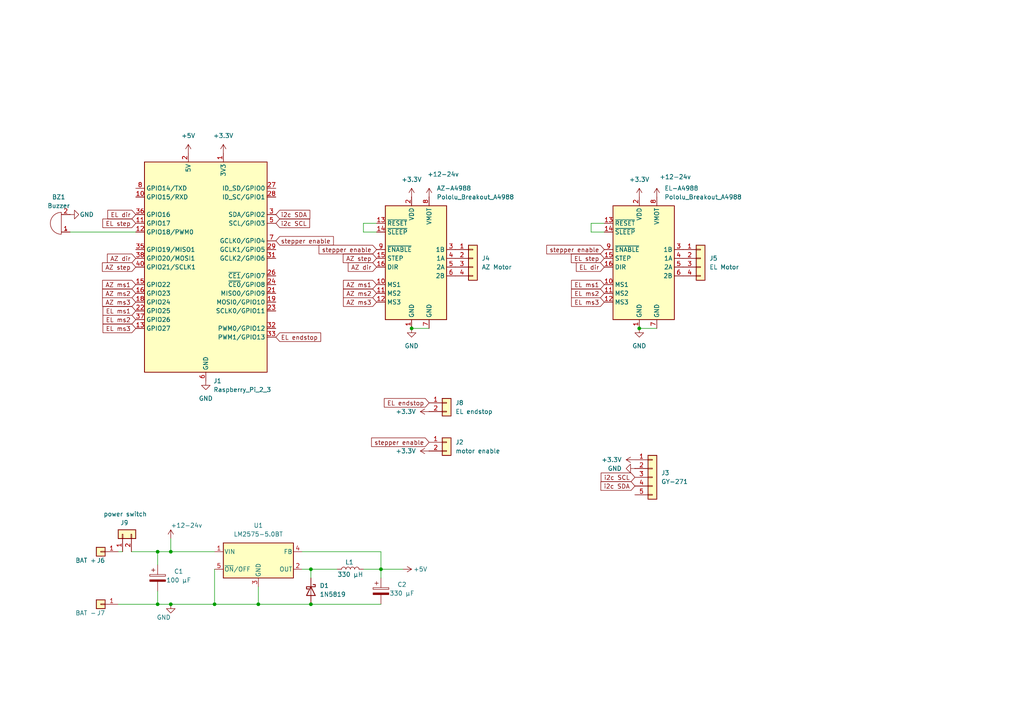
<source format=kicad_sch>
(kicad_sch (version 20231120) (generator "eeschema") (generator_version "8.0")
  (paper "A4")
  (lib_symbols
    (symbol "Connector:Raspberry_Pi_2_3"
      (property "Reference" "J" (at -17.78 31.75 0))
      (property "Value" "Raspberry_Pi_2_3" (at 10.16 -31.75 0))
      (symbol "Raspberry_Pi_2_3_0_1"
        (rectangle (start -17.78 30.48) (end 17.78 -30.48) (stroke (width 0.254)) (fill (type background)))
      )
      (symbol "Raspberry_Pi_2_3_1_1"
        (pin power_in line (at 5.08 33.02 270) (length 2.54) (name "3V3") (number "1"))
        (pin bidirectional line (at -20.32 20.32 0) (length 2.54) (name "GPIO15/RXD") (number "10"))
        (pin bidirectional line (at -20.32 12.7 0) (length 2.54) (name "GPIO17") (number "11"))
        (pin bidirectional line (at -20.32 10.16 0) (length 2.54) (name "GPIO18/PWM0") (number "12"))
        (pin bidirectional line (at -20.32 -17.78 0) (length 2.54) (name "GPIO27") (number "13"))
        (pin passive line (at 0 -33.02 90) (length 2.54) hide (name "GND") (number "14"))
        (pin bidirectional line (at -20.32 -5.08 0) (length 2.54) (name "GPIO22") (number "15"))
        (pin bidirectional line (at -20.32 -7.62 0) (length 2.54) (name "GPIO23") (number "16"))
        (pin passive line (at 5.08 33.02 270) (length 2.54) hide (name "3V3") (number "17"))
        (pin bidirectional line (at -20.32 -10.16 0) (length 2.54) (name "GPIO24") (number "18"))
        (pin bidirectional line (at 20.32 -10.16 180) (length 2.54) (name "MOSI0/GPIO10") (number "19"))
        (pin power_in line (at -5.08 33.02 270) (length 2.54) (name "5V") (number "2"))
        (pin passive line (at 0 -33.02 90) (length 2.54) hide (name "GND") (number "20"))
        (pin bidirectional line (at 20.32 -7.62 180) (length 2.54) (name "MISO0/GPIO9") (number "21"))
        (pin bidirectional line (at -20.32 -12.7 0) (length 2.54) (name "GPIO25") (number "22"))
        (pin bidirectional line (at 20.32 -12.7 180) (length 2.54) (name "SCLK0/GPIO11") (number "23"))
        (pin bidirectional line (at 20.32 -5.08 180) (length 2.54) (name "~{CE0}/GPIO8") (number "24"))
        (pin passive line (at 0 -33.02 90) (length 2.54) hide (name "GND") (number "25"))
        (pin bidirectional line (at 20.32 -2.54 180) (length 2.54) (name "~{CE1}/GPIO7") (number "26"))
        (pin bidirectional line (at 20.32 22.86 180) (length 2.54) (name "ID_SD/GPIO0") (number "27"))
        (pin bidirectional line (at 20.32 20.32 180) (length 2.54) (name "ID_SC/GPIO1") (number "28"))
        (pin bidirectional line (at 20.32 5.08 180) (length 2.54) (name "GCLK1/GPIO5") (number "29"))
        (pin bidirectional line (at 20.32 15.24 180) (length 2.54) (name "SDA/GPIO2") (number "3"))
        (pin passive line (at 0 -33.02 90) (length 2.54) hide (name "GND") (number "30"))
        (pin bidirectional line (at 20.32 2.54 180) (length 2.54) (name "GCLK2/GPIO6") (number "31"))
        (pin bidirectional line (at 20.32 -17.78 180) (length 2.54) (name "PWM0/GPIO12") (number "32"))
        (pin bidirectional line (at 20.32 -20.32 180) (length 2.54) (name "PWM1/GPIO13") (number "33"))
        (pin passive line (at 0 -33.02 90) (length 2.54) hide (name "GND") (number "34"))
        (pin bidirectional line (at -20.32 5.08 0) (length 2.54) (name "GPIO19/MISO1") (number "35"))
        (pin bidirectional line (at -20.32 15.24 0) (length 2.54) (name "GPIO16") (number "36"))
        (pin bidirectional line (at -20.32 -15.24 0) (length 2.54) (name "GPIO26") (number "37"))
        (pin bidirectional line (at -20.32 2.54 0) (length 2.54) (name "GPIO20/MOSI1") (number "38"))
        (pin passive line (at 0 -33.02 90) (length 2.54) hide (name "GND") (number "39"))
        (pin passive line (at -5.08 33.02 270) (length 2.54) hide (name "5V") (number "4"))
        (pin bidirectional line (at -20.32 0 0) (length 2.54) (name "GPIO21/SCLK1") (number "40"))
        (pin bidirectional line (at 20.32 12.7 180) (length 2.54) (name "SCL/GPIO3") (number "5"))
        (pin power_in line (at 0 -33.02 90) (length 2.54) (name "GND") (number "6"))
        (pin bidirectional line (at 20.32 7.62 180) (length 2.54) (name "GCLK0/GPIO4") (number "7"))
        (pin bidirectional line (at -20.32 22.86 0) (length 2.54) (name "GPIO14/TXD") (number "8"))
        (pin passive line (at 0 -33.02 90) (length 2.54) hide (name "GND") (number "9"))
      )
    )
    (symbol "Connector_Generic:Conn_01x01" (pin_names (offset 1.016) hide)
      (property "Reference" "J" (at 0 2.54 0))
      (property "Value" "Conn_01x01" (at 0 -2.54 0))
      (symbol "Conn_01x01_1_1"
        (rectangle (start -1.27 0.127) (end 0 -0.127) (stroke (width 0.1524)))
        (rectangle (start -1.27 1.27) (end 1.27 -1.27) (stroke (width 0.254)) (fill (type background)))
        (pin passive line (at -5.08 0 0) (length 3.81) (name "Pin_1") (number "1"))
      )
    )
    (symbol "Connector_Generic:Conn_01x02" (pin_names (offset 1.016) hide)
      (property "Reference" "J" (at 0 2.54 0))
      (property "Value" "Conn_01x02" (at 0 -5.08 0))
      (symbol "Conn_01x02_1_1"
        (rectangle (start -1.27 -2.413) (end 0 -2.667) (stroke (width 0.1524)))
        (rectangle (start -1.27 0.127) (end 0 -0.127) (stroke (width 0.1524)))
        (rectangle (start -1.27 1.27) (end 1.27 -3.81) (stroke (width 0.254)) (fill (type background)))
        (pin passive line (at -5.08 0 0) (length 3.81) (name "Pin_1") (number "1"))
        (pin passive line (at -5.08 -2.54 0) (length 3.81) (name "Pin_2") (number "2"))
      )
    )
    (symbol "Connector_Generic:Conn_01x04" (pin_names (offset 1.016) hide)
      (property "Reference" "J" (at 0 5.08 0))
      (property "Value" "Conn_01x04" (at 0 -7.62 0))
      (symbol "Conn_01x04_1_1"
        (rectangle (start -1.27 -4.953) (end 0 -5.207) (stroke (width 0.1524)))
        (rectangle (start -1.27 -2.413) (end 0 -2.667) (stroke (width 0.1524)))
        (rectangle (start -1.27 0.127) (end 0 -0.127) (stroke (width 0.1524)))
        (rectangle (start -1.27 2.667) (end 0 2.413) (stroke (width 0.1524)))
        (rectangle (start -1.27 3.81) (end 1.27 -6.35) (stroke (width 0.254)) (fill (type background)))
        (pin passive line (at -5.08 2.54 0) (length 3.81) (name "Pin_1") (number "1"))
        (pin passive line (at -5.08 0 0) (length 3.81) (name "Pin_2") (number "2"))
        (pin passive line (at -5.08 -2.54 0) (length 3.81) (name "Pin_3") (number "3"))
        (pin passive line (at -5.08 -5.08 0) (length 3.81) (name "Pin_4") (number "4"))
      )
    )
    (symbol "Connector_Generic:Conn_01x05" (pin_names (offset 1.016) hide)
      (property "Reference" "J" (at 0 7.62 0))
      (property "Value" "Conn_01x05" (at 0 -7.62 0))
      (symbol "Conn_01x05_1_1"
        (rectangle (start -1.27 -4.953) (end 0 -5.207) (stroke (width 0.1524)))
        (rectangle (start -1.27 -2.413) (end 0 -2.667) (stroke (width 0.1524)))
        (rectangle (start -1.27 0.127) (end 0 -0.127) (stroke (width 0.1524)))
        (rectangle (start -1.27 2.667) (end 0 2.413) (stroke (width 0.1524)))
        (rectangle (start -1.27 5.207) (end 0 4.953) (stroke (width 0.1524)))
        (rectangle (start -1.27 6.35) (end 1.27 -6.35) (stroke (width 0.254)) (fill (type background)))
        (pin passive line (at -5.08 5.08 0) (length 3.81) (name "Pin_1") (number "1"))
        (pin passive line (at -5.08 2.54 0) (length 3.81) (name "Pin_2") (number "2"))
        (pin passive line (at -5.08 0 0) (length 3.81) (name "Pin_3") (number "3"))
        (pin passive line (at -5.08 -2.54 0) (length 3.81) (name "Pin_4") (number "4"))
        (pin passive line (at -5.08 -5.08 0) (length 3.81) (name "Pin_5") (number "5"))
      )
    )
    (symbol "Device:Buzzer" (pin_names (offset 0.0254) hide)
      (property "Reference" "BZ" (at 3.81 1.27 0))
      (property "Value" "Buzzer" (at 3.81 -1.27 0))
      (symbol "Buzzer_0_1"
        (arc (start 0 -3.175) (mid 3.1612 0) (end 0 3.175))
        (polyline (pts (xy -1.651 1.905) (xy -1.143 1.905)))
        (polyline (pts (xy -1.397 2.159) (xy -1.397 1.651)))
        (polyline (pts (xy 0 3.175) (xy 0 -3.175)))
      )
      (symbol "Buzzer_1_1"
        (pin passive line (at -2.54 2.54 0) (length 2.54) (name "+") (number "1"))
        (pin passive line (at -2.54 -2.54 0) (length 2.54) (name "-") (number "2"))
      )
    )
    (symbol "Device:C_Polarized" (pin_numbers hide) (pin_names (offset 0.254))
      (property "Reference" "C" (at 0.635 2.54 0))
      (property "Value" "C_Polarized" (at 0.635 -2.54 0))
      (symbol "C_Polarized_0_1"
        (rectangle (start -2.286 0.508) (end 2.286 1.016))
        (polyline (pts (xy -1.778 2.286) (xy -0.762 2.286)))
        (polyline (pts (xy -1.27 2.794) (xy -1.27 1.778)))
        (rectangle (start 2.286 -0.508) (end -2.286 -1.016) (fill (type outline)))
      )
      (symbol "C_Polarized_1_1"
        (pin passive line (at 0 3.81 270) (length 2.794) (name "~") (number "1"))
        (pin passive line (at 0 -3.81 90) (length 2.794) (name "~") (number "2"))
      )
    )
    (symbol "Device:L" (pin_numbers hide) (pin_names (offset 1.016) hide)
      (property "Reference" "L" (at -1.27 0 90))
      (property "Value" "L" (at 1.905 0 90))
      (symbol "L_0_1"
        (arc (start 0 -2.54) (mid 0.6323 -1.905) (end 0 -1.27))
        (arc (start 0 -1.27) (mid 0.6323 -0.635) (end 0 0))
        (arc (start 0 0) (mid 0.6323 0.635) (end 0 1.27))
        (arc (start 0 1.27) (mid 0.6323 1.905) (end 0 2.54))
      )
      (symbol "L_1_1"
        (pin passive line (at 0 3.81 270) (length 1.27) (name "1") (number "1"))
        (pin passive line (at 0 -3.81 90) (length 1.27) (name "2") (number "2"))
      )
    )
    (symbol "Diode:1N5819" (pin_numbers hide) (pin_names (offset 1.016) hide)
      (property "Reference" "D" (at 0 2.54 0))
      (property "Value" "1N5819" (at 0 -2.54 0))
      (symbol "1N5819_0_1"
        (polyline (pts (xy 1.27 0) (xy -1.27 0)))
        (polyline (pts (xy 1.27 1.27) (xy 1.27 -1.27) (xy -1.27 0) (xy 1.27 1.27)) (stroke (width 0.254)))
        (polyline (pts (xy -1.905 0.635) (xy -1.905 1.27) (xy -1.27 1.27) (xy -1.27 -1.27) (xy -0.635 -1.27) (xy -0.635 -0.635)) (stroke (width 0.254)))
      )
      (symbol "1N5819_1_1"
        (pin passive line (at -3.81 0 0) (length 2.54) (name "K") (number "1"))
        (pin passive line (at 3.81 0 180) (length 2.54) (name "A") (number "2"))
      )
    )
    (symbol "Driver_Motor:Pololu_Breakout_A4988"
      (property "Reference" "A" (at -2.54 19.05 0))
      (property "Value" "Pololu_Breakout_A4988" (at -2.54 16.51 0))
      (symbol "Pololu_Breakout_A4988_0_1"
        (rectangle (start 10.16 -17.78) (end -7.62 15.24) (stroke (width 0.254)) (fill (type background)))
      )
      (symbol "Pololu_Breakout_A4988_1_1"
        (pin power_in line (at 0 -20.32 90) (length 2.54) (name "GND") (number "1"))
        (pin input line (at -10.16 -7.62 0) (length 2.54) (name "MS1") (number "10"))
        (pin input line (at -10.16 -10.16 0) (length 2.54) (name "MS2") (number "11"))
        (pin input line (at -10.16 -12.7 0) (length 2.54) (name "MS3") (number "12"))
        (pin input line (at -10.16 10.16 0) (length 2.54) (name "~{RESET}") (number "13"))
        (pin input line (at -10.16 7.62 0) (length 2.54) (name "~{SLEEP}") (number "14"))
        (pin input line (at -10.16 0 0) (length 2.54) (name "STEP") (number "15"))
        (pin input line (at -10.16 -2.54 0) (length 2.54) (name "DIR") (number "16"))
        (pin power_in line (at 0 17.78 270) (length 2.54) (name "VDD") (number "2"))
        (pin output line (at 12.7 2.54 180) (length 2.54) (name "1B") (number "3"))
        (pin output line (at 12.7 0 180) (length 2.54) (name "1A") (number "4"))
        (pin output line (at 12.7 -2.54 180) (length 2.54) (name "2A") (number "5"))
        (pin output line (at 12.7 -5.08 180) (length 2.54) (name "2B") (number "6"))
        (pin power_in line (at 5.08 -20.32 90) (length 2.54) (name "GND") (number "7"))
        (pin power_in line (at 5.08 17.78 270) (length 2.54) (name "VMOT") (number "8"))
        (pin input line (at -10.16 2.54 0) (length 2.54) (name "~{ENABLE}") (number "9"))
      )
    )
    (symbol "Regulator_Switching:LM2575-5.0BT" (pin_names (offset 0.254))
      (property "Reference" "U" (at -10.16 6.35 0))
      (property "Value" "LM2575-5.0BT" (at 0 6.35 0))
      (symbol "LM2575-5.0BT_0_1"
        (rectangle (start -10.16 5.08) (end 10.16 -5.08) (stroke (width 0.254)) (fill (type background)))
      )
      (symbol "LM2575-5.0BT_1_1"
        (pin power_in line (at -12.7 2.54 0) (length 2.54) (name "VIN") (number "1"))
        (pin output line (at 12.7 -2.54 180) (length 2.54) (name "OUT") (number "2"))
        (pin power_in line (at 0 -7.62 90) (length 2.54) (name "GND") (number "3"))
        (pin input line (at 12.7 2.54 180) (length 2.54) (name "FB") (number "4"))
        (pin input line (at -12.7 -2.54 0) (length 2.54) (name "~{ON}/OFF") (number "5"))
      )
    )
    (symbol "power:+12V" (power) (pin_numbers hide) (pin_names (offset 0) hide)
      (property "Value" "+12V" (at 0 3.556 0))
      (symbol "+12V_0_1"
        (polyline (pts (xy -0.762 1.27) (xy 0 2.54)))
        (polyline (pts (xy 0 0) (xy 0 2.54)))
        (polyline (pts (xy 0 2.54) (xy 0.762 1.27)))
      )
      (symbol "+12V_1_1"
        (pin power_in line (at 0 0 90) (length 0) (name "~") (number "1"))
      )
    )
    (symbol "power:+3.3V" (power) (pin_numbers hide) (pin_names (offset 0) hide)
      (property "Value" "+3.3V" (at 0 3.556 0))
      (symbol "+3.3V_0_1"
        (polyline (pts (xy -0.762 1.27) (xy 0 2.54)))
        (polyline (pts (xy 0 0) (xy 0 2.54)))
        (polyline (pts (xy 0 2.54) (xy 0.762 1.27)))
      )
      (symbol "+3.3V_1_1"
        (pin power_in line (at 0 0 90) (length 0) (name "~") (number "1"))
      )
    )
    (symbol "power:+5V" (power) (pin_numbers hide) (pin_names (offset 0) hide)
      (property "Value" "+5V" (at 0 3.556 0))
      (symbol "+5V_0_1"
        (polyline (pts (xy -0.762 1.27) (xy 0 2.54)))
        (polyline (pts (xy 0 0) (xy 0 2.54)))
        (polyline (pts (xy 0 2.54) (xy 0.762 1.27)))
      )
      (symbol "+5V_1_1"
        (pin power_in line (at 0 0 90) (length 0) (name "~") (number "1"))
      )
    )
    (symbol "power:GND" (power) (pin_numbers hide) (pin_names (offset 0) hide)
      (property "Value" "GND" (at 0 -3.81 0))
      (symbol "GND_0_1"
        (polyline (pts (xy 0 0) (xy 0 -1.27) (xy 1.27 -1.27) (xy 0 -2.54) (xy -1.27 -1.27) (xy 0 -1.27)))
      )
      (symbol "GND_1_1"
        (pin power_in line (at 0 0 270) (length 0) (name "~") (number "1"))
      )
    )
  )
  (junction (at 110.49 165.1))
  (junction (at 90.17 175.26))
  (junction (at 90.17 165.1))
  (junction (at 45.72 160.02))
  (junction (at 62.23 175.26))
  (junction (at 119.38 95.25))
  (junction (at 185.42 95.25))
  (junction (at 49.53 160.02))
  (junction (at 45.72 175.26))
  (junction (at 74.93 175.26))
  (junction (at 49.53 175.26))
  (wire (pts (xy 74.93 175.26) (xy 90.17 175.26)))
  (wire (pts (xy 90.17 175.26) (xy 110.49 175.26)))
  (wire (pts (xy 49.53 156.21) (xy 49.53 160.02)))
  (wire (pts (xy 62.23 175.26) (xy 74.93 175.26)))
  (wire (pts (xy 34.29 175.26) (xy 45.72 175.26)))
  (wire (pts (xy 20.32 67.31) (xy 39.37 67.31)))
  (wire (pts (xy 34.29 160.02) (xy 35.56 160.02)))
  (wire (pts (xy 45.72 160.02) (xy 45.72 163.83)))
  (wire (pts (xy 185.42 95.25) (xy 190.5 95.25)))
  (wire (pts (xy 119.38 95.25) (xy 124.46 95.25)))
  (wire (pts (xy 45.72 171.45) (xy 45.72 175.26)))
  (wire (pts (xy 90.17 165.1) (xy 97.79 165.1)))
  (wire (pts (xy 90.17 165.1) (xy 90.17 167.64)))
  (wire (pts (xy 109.22 64.77) (xy 105.41 64.77)))
  (wire (pts (xy 175.26 64.77) (xy 171.45 64.77)))
  (wire (pts (xy 110.49 165.1) (xy 116.84 165.1)))
  (wire (pts (xy 105.41 64.77) (xy 105.41 67.31)))
  (wire (pts (xy 62.23 165.1) (xy 62.23 175.26)))
  (wire (pts (xy 49.53 160.02) (xy 62.23 160.02)))
  (wire (pts (xy 74.93 175.26) (xy 74.93 170.18)))
  (wire (pts (xy 110.49 165.1) (xy 110.49 160.02)))
  (wire (pts (xy 45.72 175.26) (xy 49.53 175.26)))
  (wire (pts (xy 105.41 67.31) (xy 109.22 67.31)))
  (wire (pts (xy 49.53 160.02) (xy 45.72 160.02)))
  (wire (pts (xy 110.49 165.1) (xy 110.49 167.64)))
  (wire (pts (xy 171.45 67.31) (xy 175.26 67.31)))
  (wire (pts (xy 38.1 160.02) (xy 45.72 160.02)))
  (wire (pts (xy 90.17 165.1) (xy 87.63 165.1)))
  (wire (pts (xy 171.45 64.77) (xy 171.45 67.31)))
  (wire (pts (xy 110.49 160.02) (xy 87.63 160.02)))
  (wire (pts (xy 62.23 175.26) (xy 49.53 175.26)))
  (wire (pts (xy 105.41 165.1) (xy 110.49 165.1)))
  (global_label "AZ step" (shape input) (at 109.22 74.93 180) (property "Intersheetrefs" "${INTERSHEET_REFS}" (effects (hide yes))))
  (global_label "stepper enable" (shape input) (at 80.01 69.85 0) (property "Intersheetrefs" "${INTERSHEET_REFS}" (effects (hide yes))))
  (global_label "AZ ms2" (shape input) (at 39.37 85.09 180) (property "Intersheetrefs" "${INTERSHEET_REFS}" (effects (hide yes))))
  (global_label "AZ ms1" (shape input) (at 109.22 82.55 180) (property "Intersheetrefs" "${INTERSHEET_REFS}" (effects (hide yes))))
  (global_label "AZ step" (shape input) (at 39.37 77.47 180) (property "Intersheetrefs" "${INTERSHEET_REFS}" (effects (hide yes))))
  (global_label "AZ ms3" (shape input) (at 39.37 87.63 180) (property "Intersheetrefs" "${INTERSHEET_REFS}" (effects (hide yes))))
  (global_label "AZ dir" (shape input) (at 39.37 74.93 180) (property "Intersheetrefs" "${INTERSHEET_REFS}" (effects (hide yes))))
  (global_label "AZ ms1" (shape input) (at 39.37 82.55 180) (property "Intersheetrefs" "${INTERSHEET_REFS}" (effects (hide yes))))
  (global_label "i2c SCL" (shape input) (at 80.01 64.77 0) (property "Intersheetrefs" "${INTERSHEET_REFS}" (effects (hide yes))))
  (global_label "EL dir" (shape input) (at 39.37 62.23 180) (property "Intersheetrefs" "${INTERSHEET_REFS}" (effects (hide yes))))
  (global_label "AZ dir" (shape input) (at 109.22 77.47 180) (property "Intersheetrefs" "${INTERSHEET_REFS}" (effects (hide yes))))
  (global_label "stepper enable" (shape input) (at 124.46 128.27 180) (property "Intersheetrefs" "${INTERSHEET_REFS}" (effects (hide yes))))
  (global_label "EL step" (shape input) (at 175.26 74.93 180) (property "Intersheetrefs" "${INTERSHEET_REFS}" (effects (hide yes))))
  (global_label "i2c SCL" (shape input) (at 184.15 138.43 180) (property "Intersheetrefs" "${INTERSHEET_REFS}" (effects (hide yes))))
  (global_label "EL ms1" (shape input) (at 175.26 82.55 180) (property "Intersheetrefs" "${INTERSHEET_REFS}" (effects (hide yes))))
  (global_label "EL endstop" (shape input) (at 80.01 97.79 0) (property "Intersheetrefs" "${INTERSHEET_REFS}" (effects (hide yes))))
  (global_label "i2c SDA" (shape input) (at 80.01 62.23 0) (property "Intersheetrefs" "${INTERSHEET_REFS}" (effects (hide yes))))
  (global_label "EL endstop" (shape input) (at 124.46 116.84 180) (property "Intersheetrefs" "${INTERSHEET_REFS}" (effects (hide yes))))
  (global_label "EL ms3" (shape input) (at 175.26 87.63 180) (property "Intersheetrefs" "${INTERSHEET_REFS}" (effects (hide yes))))
  (global_label "EL ms3" (shape input) (at 39.37 95.25 180) (property "Intersheetrefs" "${INTERSHEET_REFS}" (effects (hide yes))))
  (global_label "AZ ms2" (shape input) (at 109.22 85.09 180) (property "Intersheetrefs" "${INTERSHEET_REFS}" (effects (hide yes))))
  (global_label "i2c SDA" (shape input) (at 184.15 140.97 180) (property "Intersheetrefs" "${INTERSHEET_REFS}" (effects (hide yes))))
  (global_label "EL ms2" (shape input) (at 39.37 92.71 180) (property "Intersheetrefs" "${INTERSHEET_REFS}" (effects (hide yes))))
  (global_label "stepper enable" (shape input) (at 175.26 72.39 180) (property "Intersheetrefs" "${INTERSHEET_REFS}" (effects (hide yes))))
  (global_label "EL ms1" (shape input) (at 39.37 90.17 180) (property "Intersheetrefs" "${INTERSHEET_REFS}" (effects (hide yes))))
  (global_label "EL dir" (shape input) (at 175.26 77.47 180) (property "Intersheetrefs" "${INTERSHEET_REFS}" (effects (hide yes))))
  (global_label "EL ms2" (shape input) (at 175.26 85.09 180) (property "Intersheetrefs" "${INTERSHEET_REFS}" (effects (hide yes))))
  (global_label "stepper enable" (shape input) (at 109.22 72.39 180) (property "Intersheetrefs" "${INTERSHEET_REFS}" (effects (hide yes))))
  (global_label "EL step" (shape input) (at 39.37 64.77 180) (property "Intersheetrefs" "${INTERSHEET_REFS}" (effects (hide yes))))
  (global_label "AZ ms3" (shape input) (at 109.22 87.63 180) (property "Intersheetrefs" "${INTERSHEET_REFS}" (effects (hide yes))))
  (symbol (lib_id "power:+3.3V") (at 124.46 119.38 90) (unit 1)
    (property "Reference" "#PWR017" (effects (hide yes)))
    (property "Value" "+3.3V" (at 120.65 119.3799 90) (effects (justify left)))
    (property "Description" "Power symbol creates a global label with name \"+3.3V\"" (effects (hide yes)))
  )
  (symbol (lib_id "power:GND") (at 184.15 135.89 270) (unit 1)
    (property "Reference" "#PWR013" (effects (hide yes)))
    (property "Value" "GND" (at 180.34 135.8899 90) (effects (justify right)))
    (property "Description" "Power symbol creates a global label with name \"GND\" , ground" (effects (hide yes)))
  )
  (symbol (lib_id "Device:C_Polarized") (at 45.72 167.64 0) (unit 1)
    (property "Reference" "C1" (at 51.816 165.735 0))
    (property "Value" "100 µF" (at 51.816 168.275 0))
    (property "Footprint" "Capacitor_THT:CP_Radial_D5.0mm_P2.50mm" (effects (hide yes)))
    (property "Description" "Polarized capacitor" (effects (hide yes)))
  )
  (symbol (lib_id "Connector_Generic:Conn_01x05") (at 189.23 138.43 0) (unit 1)
    (property "Reference" "J3" (at 191.77 137.1599 0) (effects (justify left)))
    (property "Value" "GY-271" (at 191.77 139.6999 0) (effects (justify left)))
    (property "Footprint" "Connector_PinHeader_2.54mm:PinHeader_1x05_P2.54mm_Vertical" (effects (hide yes)))
    (property "Description" "Generic connector, single row, 01x05, script generated (kicad-library-utils/schlib/autogen/connector/)" (effects (hide yes)))
  )
  (symbol (lib_id "power:+3.3V") (at 64.77 44.45 0) (unit 1)
    (property "Reference" "#PWR05" (effects (hide yes)))
    (property "Value" "+3.3V" (at 64.77 39.37 0))
    (property "Description" "Power symbol creates a global label with name \"+3.3V\"" (effects (hide yes)))
  )
  (symbol (lib_id "power:GND") (at 185.42 95.25 0) (unit 1)
    (property "Reference" "#PWR011" (effects (hide yes)))
    (property "Value" "GND" (at 185.42 100.33 0))
    (property "Description" "Power symbol creates a global label with name \"GND\" , ground" (effects (hide yes)))
  )
  (symbol (lib_id "Connector_Generic:Conn_01x02") (at 129.54 116.84 0) (unit 1)
    (property "Reference" "J8" (at 132.08 116.8399 0) (effects (justify left)))
    (property "Value" "EL endstop" (at 132.08 119.3799 0) (effects (justify left)))
    (property "Footprint" "Connector_JST:JST_XH_B2B-XH-AM_1x02_P2.50mm_Vertical" (effects (hide yes)))
    (property "Description" "Generic connector, single row, 01x02, script generated (kicad-library-utils/schlib/autogen/connector/)" (effects (hide yes)))
  )
  (symbol (lib_id "power:+3.3V") (at 124.46 130.81 90) (unit 1)
    (property "Reference" "#PWR015" (effects (hide yes)))
    (property "Value" "+3.3V" (at 120.65 130.8099 90) (effects (justify left)))
    (property "Description" "Power symbol creates a global label with name \"+3.3V\"" (effects (hide yes)))
  )
  (symbol (lib_id "Connector_Generic:Conn_01x01") (at 29.21 175.26 180) (unit 1)
    (property "Reference" "J7" (at 30.4801 177.8 0) (effects (justify left)))
    (property "Value" "BAT -" (at 27.9401 177.8 0) (effects (justify left)))
    (property "Footprint" "Connector_Wire:SolderWirePad_1x01_SMD_5x10mm" (effects (hide yes)))
    (property "Description" "Generic connector, single row, 01x01, script generated (kicad-library-utils/schlib/autogen/connector/)" (effects (hide yes)))
  )
  (symbol (lib_id "power:+5V") (at 116.84 165.1 270) (unit 1)
    (property "Reference" "#PWR01" (effects (hide yes)))
    (property "Value" "+5V" (at 121.92 165.1 90))
    (property "Description" "Power symbol creates a global label with name \"+5V\"" (effects (hide yes)))
  )
  (symbol (lib_id "Diode:1N5819") (at 90.17 171.45 270) (unit 1)
    (property "Reference" "D1" (at 92.71 169.8624 90) (effects (justify left)))
    (property "Value" "1N5819" (at 92.71 172.4024 90) (effects (justify left)))
    (property "Footprint" "Diode_THT:D_DO-41_SOD81_P10.16mm_Horizontal" (effects (hide yes)))
    (property "Datasheet" "http://www.vishay.com/docs/88525/1n5817.pdf" (effects (hide yes)))
    (property "Description" "40V 1A Schottky Barrier Rectifier Diode, DO-41" (effects (hide yes)))
  )
  (symbol (lib_id "power:GND") (at 119.38 95.25 0) (unit 1)
    (property "Reference" "#PWR010" (effects (hide yes)))
    (property "Value" "GND" (at 119.38 100.33 0))
    (property "Description" "Power symbol creates a global label with name \"GND\" , ground" (effects (hide yes)))
  )
  (symbol (lib_id "Connector_Generic:Conn_01x04") (at 203.2 74.93 0) (unit 1)
    (property "Reference" "J5" (at 205.74 74.9299 0) (effects (justify left)))
    (property "Value" "EL Motor" (at 205.74 77.4699 0) (effects (justify left)))
    (property "Footprint" "Connector_JST:JST_XH_B4B-XH-AM_1x04_P2.50mm_Vertical" (effects (hide yes)))
    (property "Description" "Generic connector, single row, 01x04, script generated (kicad-library-utils/schlib/autogen/connector/)" (effects (hide yes)))
  )
  (symbol (lib_id "power:GND") (at 49.53 175.26 0) (unit 1)
    (property "Reference" "#PWR03" (effects (hide yes)))
    (property "Value" "GND" (at 49.5301 179.07 0) (effects (justify right)))
    (property "Description" "Power symbol creates a global label with name \"GND\" , ground" (effects (hide yes)))
  )
  (symbol (lib_id "power:+3.3V") (at 184.15 133.35 90) (unit 1)
    (property "Reference" "#PWR012" (effects (hide yes)))
    (property "Value" "+3.3V" (at 180.34 133.3499 90) (effects (justify left)))
    (property "Description" "Power symbol creates a global label with name \"+3.3V\"" (effects (hide yes)))
  )
  (symbol (lib_id "power:+3.3V") (at 119.38 57.15 0) (unit 1)
    (property "Reference" "#PWR06" (effects (hide yes)))
    (property "Value" "+3.3V" (at 119.38 52.07 0))
    (property "Description" "Power symbol creates a global label with name \"+3.3V\"" (effects (hide yes)))
  )
  (symbol (lib_id "Regulator_Switching:LM2575-5.0BT") (at 74.93 162.56 0) (unit 1)
    (property "Reference" "U1" (at 74.93 152.4 0))
    (property "Value" "LM2575-5.0BT" (at 74.93 154.94 0))
    (property "Footprint" "Package_TO_SOT_THT:TO-220-5_Vertical" (effects (hide yes)))
    (property "Datasheet" "http://ww1.microchip.com/downloads/en/DeviceDoc/lm2575.pdf" (effects (hide yes)))
    (property "Description" "Fixed 5.0V 52kHz Simple 1A Buck Regulator, TO-220-5" (effects (hide yes)))
  )
  (symbol (lib_id "power:+12V") (at 190.5 57.15 0) (unit 1)
    (property "Reference" "#PWR09" (effects (hide yes)))
    (property "Value" "+12-24v" (at 191.262 51.308 0) (effects (justify left)))
    (property "Description" "Power symbol creates a global label with name \"+12V\"" (effects (hide yes)))
  )
  (symbol (lib_id "Device:Buzzer") (at 17.78 64.77 180) (unit 1)
    (property "Reference" "BZ1" (at 17.0249 57.15 0))
    (property "Value" "Buzzer" (at 17.0249 59.69 0))
    (property "Footprint" "Buzzer_Beeper:Buzzer_12x9.5RM7.6" (effects (hide yes)))
    (property "Description" "Buzzer, polarized" (effects (hide yes)))
  )
  (symbol (lib_id "power:GND") (at 20.32 62.23 90) (unit 1)
    (property "Reference" "#PWR016" (effects (hide yes)))
    (property "Value" "GND" (at 23.114 62.23 90) (effects (justify right)))
    (property "Description" "Power symbol creates a global label with name \"GND\" , ground" (effects (hide yes)))
  )
  (symbol (lib_id "Connector_Generic:Conn_01x04") (at 137.16 74.93 0) (unit 1)
    (property "Reference" "J4" (at 139.7 74.9299 0) (effects (justify left)))
    (property "Value" "AZ Motor" (at 139.7 77.4699 0) (effects (justify left)))
    (property "Footprint" "Connector_JST:JST_XH_B4B-XH-AM_1x04_P2.50mm_Vertical" (effects (hide yes)))
    (property "Description" "Generic connector, single row, 01x04, script generated (kicad-library-utils/schlib/autogen/connector/)" (effects (hide yes)))
  )
  (symbol (lib_id "Device:L") (at 101.6 165.1 90) (unit 1)
    (property "Reference" "L1" (at 101.346 163.068 90))
    (property "Value" "330 µH" (at 101.6 166.624 90))
    (property "Footprint" "Inductor_THT:L_Radial_D6.0mm_P4.00mm" (effects (hide yes)))
    (property "Description" "Inductor" (effects (hide yes)))
  )
  (symbol (lib_id "Driver_Motor:Pololu_Breakout_A4988") (at 185.42 74.93 0) (unit 1)
    (property "Reference" "EL-A4988" (at 192.6941 54.61 0) (effects (justify left)))
    (property "Value" "Pololu_Breakout_A4988" (at 192.6941 57.15 0) (effects (justify left)))
    (property "Footprint" "Module:Pololu_Breakout-16_15.2x20.3mm" (effects (hide yes)))
    (property "Datasheet" "https://www.pololu.com/product/2980/pictures" (effects (hide yes)))
    (property "Description" "Pololu Breakout Board, Stepper Driver A4988" (effects (hide yes)))
  )
  (symbol (lib_id "Connector_Generic:Conn_01x01") (at 29.21 160.02 180) (unit 1)
    (property "Reference" "J6" (at 30.4801 162.56 0) (effects (justify left)))
    (property "Value" "BAT +" (at 27.9401 162.56 0) (effects (justify left)))
    (property "Footprint" "Connector_Wire:SolderWirePad_1x01_SMD_5x10mm" (effects (hide yes)))
    (property "Description" "Generic connector, single row, 01x01, script generated (kicad-library-utils/schlib/autogen/connector/)" (effects (hide yes)))
  )
  (symbol (lib_id "Driver_Motor:Pololu_Breakout_A4988") (at 119.38 74.93 0) (unit 1)
    (property "Reference" "AZ-A4988" (at 126.6541 54.61 0) (effects (justify left)))
    (property "Value" "Pololu_Breakout_A4988" (at 126.6541 57.15 0) (effects (justify left)))
    (property "Footprint" "Module:Pololu_Breakout-16_15.2x20.3mm" (effects (hide yes)))
    (property "Datasheet" "https://www.pololu.com/product/2980/pictures" (effects (hide yes)))
    (property "Description" "Pololu Breakout Board, Stepper Driver A4988" (effects (hide yes)))
  )
  (symbol (lib_id "Connector:Raspberry_Pi_2_3") (at 59.69 77.47 0) (unit 1)
    (property "Reference" "J1" (at 61.8841 110.49 0) (effects (justify left)))
    (property "Value" "Raspberry_Pi_2_3" (at 61.8841 113.03 0) (effects (justify left)))
    (property "Footprint" "Connector_PinHeader_2.54mm:PinHeader_2x20_P2.54mm_Vertical" (effects (hide yes)))
    (property "Datasheet" "https://www.raspberrypi.org/documentation/hardware/raspberrypi/schematics/rpi_SCH_3bplus_1p0_reduced.pdf" (effects (hide yes)))
    (property "Description" "expansion header for Raspberry Pi 2 & 3" (effects (hide yes)))
  )
  (symbol (lib_id "power:+3.3V") (at 185.42 57.15 0) (unit 1)
    (property "Reference" "#PWR07" (effects (hide yes)))
    (property "Value" "+3.3V" (at 185.42 52.07 0))
    (property "Description" "Power symbol creates a global label with name \"+3.3V\"" (effects (hide yes)))
  )
  (symbol (lib_id "Device:C_Polarized") (at 110.49 171.45 0) (unit 1)
    (property "Reference" "C2" (at 116.586 169.545 0))
    (property "Value" "330 µF" (at 116.586 172.085 0))
    (property "Footprint" "Capacitor_THT:CP_Radial_D8.0mm_P3.80mm" (effects (hide yes)))
    (property "Description" "Polarized capacitor" (effects (hide yes)))
  )
  (symbol (lib_id "power:+12V") (at 124.46 57.15 0) (unit 1)
    (property "Reference" "#PWR08" (effects (hide yes)))
    (property "Value" "+12-24v" (at 123.952 50.546 0) (effects (justify left)))
    (property "Description" "Power symbol creates a global label with name \"+12V\"" (effects (hide yes)))
  )
  (symbol (lib_id "power:GND") (at 59.69 110.49 0) (unit 1)
    (property "Reference" "#PWR04" (effects (hide yes)))
    (property "Value" "GND" (at 59.69 115.57 0))
    (property "Description" "Power symbol creates a global label with name \"GND\" , ground" (effects (hide yes)))
  )
  (symbol (lib_id "power:+12V") (at 49.53 156.21 0) (unit 1)
    (property "Reference" "#PWR02" (effects (hide yes)))
    (property "Value" "+12-24v" (at 49.5301 152.4 0) (effects (justify left)))
    (property "Description" "Power symbol creates a global label with name \"+12V\"" (effects (hide yes)))
  )
  (symbol (lib_id "Connector_Generic:Conn_01x02") (at 129.54 128.27 0) (unit 1)
    (property "Reference" "J2" (at 132.08 128.2699 0) (effects (justify left)))
    (property "Value" "motor enable" (at 132.08 130.8099 0) (effects (justify left)))
    (property "Footprint" "Connector_JST:JST_XH_B2B-XH-AM_1x02_P2.50mm_Vertical" (effects (hide yes)))
    (property "Description" "Generic connector, single row, 01x02, script generated (kicad-library-utils/schlib/autogen/connector/)" (effects (hide yes)))
  )
  (symbol (lib_id "Connector_Generic:Conn_01x02") (at 35.56 154.94 90) (unit 1)
    (property "Reference" "J9" (at 36.068 151.638 90))
    (property "Value" "power switch" (at 36.322 149.098 90))
    (property "Footprint" "Connector_JST:JST_XH_B2B-XH-AM_1x02_P2.50mm_Vertical" (effects (hide yes)))
    (property "Description" "Generic connector, single row, 01x02, script generated (kicad-library-utils/schlib/autogen/connector/)" (effects (hide yes)))
  )
  (symbol (lib_id "power:+5V") (at 54.61 44.45 0) (unit 1)
    (property "Reference" "#PWR014" (effects (hide yes)))
    (property "Value" "+5V" (at 54.61 39.37 0))
    (property "Description" "Power symbol creates a global label with name \"+5V\"" (effects (hide yes)))
  )
)
</source>
